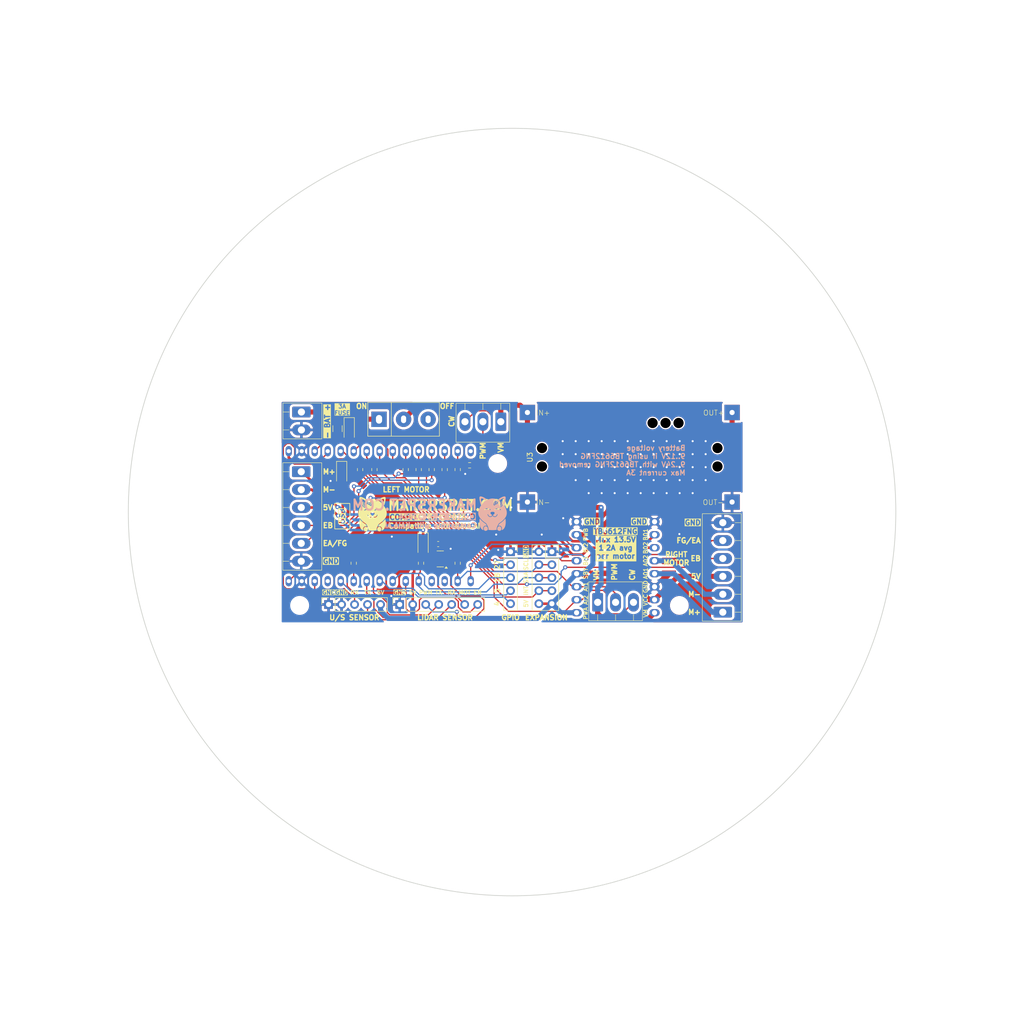
<source format=kicad_pcb>
(kicad_pcb (version 20240108) (generator "pcbnew") (generator_version "8.0")
  (title_block (title "MakersCombo") (date "2024-04-26") (rev "v1.0.0") (company "makerspet.com"))
  (layers (0 "F.Cu" signal) (31 "B.Cu" signal) (34 "B.Paste" user) (35 "F.Paste" user) (36 "B.SilkS" user "B.Silkscreen") (37 "F.SilkS" user "F.Silkscreen") (38 "B.Mask" user) (39 "F.Mask" user) (44 "Edge.Cuts" user))
  (net 0 "")
  (net 1 "+5V")
  (net 2 "GND")
  (net 3 "Net-(D1-K)")
  (net 4 "Net-(D2-K)")
  (net 5 "Net-(D2-A)")
  (net 6 "/MOT")
  (net 7 "Vdrive")
  (net 8 "/M+LEFT")
  (net 9 "/M-LEFT")
  (net 10 "/EB_LEFT")
  (net 11 "/EA_LEFT_FG")
  (net 12 "/M+RIGHT")
  (net 13 "/M-RIGHT")
  (net 14 "/EB_RIGHT")
  (net 15 "/EA_RIGHT_FG")
  (net 16 "/PWM_LEFT")
  (net 17 "/CW_LEFT")
  (net 18 "/PWM_RIGHT")
  (net 19 "/CW_RIGHT")
  (net 20 "/LDS_PWM")
  (net 21 "/LDS_RX")
  (net 22 "/LDS_EN")
  (net 23 "/GPIO12_OUT_STRAP")
  (net 24 "/I2C_SCL")
  (net 25 "/I2C_SDA")
  (net 26 "/I2C_INT")
  (net 27 "/GPIO27")
  (net 28 "/GPIO18")
  (net 29 "/GPIO5_BOOT_STRAP")
  (net 30 "/GPIO4")
  (net 31 "+3V3")
  (net 32 "/ENC_B_LEFT")
  (net 33 "/ENC_A_LEFT_FG")
  (net 34 "/GPIO39_IN")
  (net 35 "/ENC_B_RIGHT")
  (net 36 "/ENC_A_RIGHT_FG")
  (net 37 "/BAT_ADC")
  (net 38 "/LDS_TX")
  (net 40 "Net-(J1-Pin_1)")
  (net 41 "Net-(J6-Pin_3)")
  (net 42 "Net-(J9-Pin_4)")
  (footprint "Resistor_SMD:R_0603_1608Metric" (layer "F.Cu") (at 55.3 43.2 90)
    (property "Reference" "R10" (hide yes))
    (property "Value" "10k")
  )
  (footprint "Resistor_SMD:R_0603_1608Metric" (layer "F.Cu") (at 67.2084 61.5 -90)
    (property "Reference" "R9" (hide yes))
    (property "Value" "10k")
  )
  (footprint "Resistor_SMD:R_0603_1608Metric" (layer "F.Cu") (at 69.2912 43.2 -90)
    (property "Reference" "R2" (hide yes))
    (property "Value" "10k")
  )
  (footprint "Makerspet:Terminal_Block_2p_3.5mm_SideEntry" (layer "F.Cu") (at 43.8306 31.9454 -90)
    (property "Reference" "J1" (hide yes))
    (property "Value" "TERM BLK 3.5MM 2P SIDE")
  )
  (footprint "Makerspet:SWITCH" (layer "F.Cu") (at 63.8 33.3756)
    (property "Reference" "SW1" (hide yes))
    (property "Value" "SS12D10")
  )
  (footprint "Makerspet:Terminal_Block_6p_3.5mm_SideEntry" (layer "F.Cu") (at 43.8 43.6135 -90)
    (property "Reference" "J2" (hide yes))
    (property "Value" "TERM BLK 3.5MM 6P SIDE")
  )
  (footprint "Diode_SMD:D_SOD-123F" (layer "F.Cu") (at 67.6148 57.7596 -90)
    (property "Reference" "D3" (hide yes))
    (property "Value" "FS26")
  )
  (footprint "Diode_SMD:D_SOD-123F" (layer "F.Cu") (at 51.7 43.8 -90)
    (property "Reference" "D1" (hide yes))
    (property "Value" "FS26")
  )
  (footprint "Fuse:Fuse_1206_3216Metric" (layer "F.Cu") (at 50.8906 35.2044 -90)
    (property "Reference" "F1" (hide yes))
    (property "Value" "0685T3000-01")
  )
  (footprint "Resistor_SMD:R_0603_1608Metric" (layer "F.Cu") (at 76.708 42.3672)
    (property "Reference" "R5" (hide yes))
    (property "Value" "200k 1%")
  )
  (footprint "Resistor_SMD:R_0603_1608Metric" (layer "F.Cu") (at 64.2112 43.2 -90)
    (property "Reference" "R1" (hide yes))
    (property "Value" "10k")
  )
  (footprint "MountingHole:MountingHole_3.2mm_M3" (layer "F.Cu") (at 117.7 69.7484 90)
    (property "Reference" "H2" (hide yes))
    (property "Value" "MountingHole")
  )
  (footprint "Resistor_SMD:R_0603_1608Metric" (layer "F.Cu") (at 71.8312 43.2 -90)
    (property "Reference" "R7" (hide yes))
    (property "Value" "10k")
  )
  (footprint "Makerspet:TB6612FNG Module" (layer "F.Cu") (at 105.2308 62.2808 90)
    (property "Reference" "U1" (hide yes))
    (property "Value" "TB6612FNG Module")
  )
  (footprint "Connector_PinSocket_2.54mm:PinSocket_1x05_P2.54mm_Vertical" (layer "F.Cu") (at 84.7 59.25)
    (property "Reference" "J7" (hide yes))
    (property "Value" "HDR SKT 5PIN VERT 2.54MM")
  )
  (footprint "Makerspet:Maker's Pet Logo 7mm" (layer "F.Cu") (at 57.725 51.9)
    (property "Reference" "G***" (hide yes))
    (property "Value" "LOGO" (hide yes))
  )
  (footprint "Makerspet:Terminal_Block_6p_3.5mm_SideEntry" (layer "F.Cu") (at 126.1872 71.0692 90)
    (property "Reference" "J3" (hide yes))
    (property "Value" "TERM BLK 3.5MM 6P SIDE")
  )
  (footprint "MountingHole:MountingHole_3.2mm_M3" (layer "F.Cu") (at 82.2 42)
    (property "Reference" "H3" (hide yes))
    (property "Value" "MountingHole")
  )
  (footprint "Makerspet:Terminal_Block_3p_3.5mm_SideEntry" (layer "F.Cu") (at 82.8 33.8412 180)
    (property "Reference" "J4" (hide yes))
    (property "Value" "TERM BLK 3.5MM 3P SIDE")
  )
  (footprint "Resistor_SMD:R_0603_1608Metric" (layer "F.Cu") (at 66.7512 43.2 -90)
    (property "Reference" "R4" (hide yes))
    (property "Value" "10k")
  )
  (footprint "Resistor_SMD:R_0603_1608Metric" (layer "F.Cu") (at 58.1 43.2 -90)
    (property "Reference" "R3" (hide yes))
    (property "Value" "10k")
  )
  (footprint "Diode_SMD:D_SOD-123F" (layer "F.Cu") (at 53.1766 35.2552 -90)
    (property "Reference" "D2" (hide yes))
    (property "Value" "FS36")
  )
  (footprint "Package_TO_SOT_SMD:SOT-23" (layer "F.Cu") (at 70.9676 60.6552 180)
    (property "Reference" "Q1" (hide yes))
    (property "Value" "AS2302")
  )
  (footprint "Makerspet:Terminal_Block_3p_3.5mm_SideEntry" (layer "F.Cu") (at 101.731 69.1436)
    (property "Reference" "J5" (hide yes))
    (property "Value" "TERM BLK 3.5MM 3P SIDE")
  )
  (footprint "Resistor_SMD:R_0603_1608Metric" (layer "F.Cu") (at 74.3712 43.2 90)
    (property "Reference" "R6" (hide yes))
    (property "Value" "20k 1%")
  )
  (footprint "Connector_PinSocket_2.54mm:PinSocket_1x07_P2.54mm_Vertical" (layer "F.Cu") (at 63.0428 69.5646 90)
    (property "Reference" "J9" (hide yes))
    (property "Value" "HDR SKT 7PIN VERT 2.54MM")
  )
  (footprint "Resistor_SMD:R_0603_1608Metric" (layer "F.Cu") (at 54.0512 61.5 90)
    (property "Reference" "R11" (hide yes))
    (property "Value" "10k")
  )
  (footprint "Resistor_SMD:R_0603_1608Metric" (layer "F.Cu") (at 74.3712 61.5 -90)
    (property "Reference" "R8" (hide yes))
    (property "Value" "10k")
  )
  (footprint "Capacitor_SMD:C_0603_1608Metric" (layer "F.Cu") (at 70.5612 57.7596)
    (property "Reference" "C1" (hide yes))
    (property "Value" "22uF 6.3V")
  )
  (footprint "Connector_PinSocket_2.54mm:PinSocket_2x05_P2.54mm_Vertical" (layer "F.Cu") (at 92.7848 59.25)
    (property "Reference" "J8" (hide yes))
    (property "Value" "SKT 2x5PIN VERT 2.54MM")
  )
  (footprint "Makerspet:ESP-32" (layer "F.Cu") (at 59.1312 52.3)
    (property "Reference" "U2" (hide yes))
    (property "Value" "ESP32 DEV KIT Module 30-pin")
  )
  (footprint "MountingHole:MountingHole_3.2mm_M3" (layer "F.Cu") (at 43.4848 69.7484)
    (property "Reference" "H1" (hide yes))
    (property "Value" "MountingHole")
  )
  (footprint "Connector_PinSocket_2.54mm:PinSocket_1x05_P2.54mm_Vertical" (layer "F.Cu") (at 49.1386 69.5646 90)
    (property "Reference" "J6" (hide yes))
    (property "Value" "HDR SKT 5PIN VERT 2.54MM")
  )
  (footprint "Makerspet:LM2596 Module SMD" (layer "F.Cu") (at 108.0008 40.7924)
    (property "Reference" "U3")
    (property "Value" "LM2596 Module")
  )
  (footprint "Makerspet:Maker's Pet Logo 7mm" (layer "B.Cu") (at 81.188602 51.8 180)
    (property "Reference" "G***" (hide yes))
    (property "Value" "LOGO" (hide yes))
  )
  (gr_rect (start 50.3428 49.8108) (end 53.2892 54.7892) (stroke (width 0.15)) (fill none) (layer "F.SilkS"))
  (gr_circle (center 85 51.5) (end 160 51.5) (stroke (width 0.15)) (fill none) (layer "Edge.Cuts"))
  (gr_text "MAKERSPET.COM" (at 78.394602 51.2984 -0) (layer "B.SilkS") (effects (font (size 2 2) (thickness 0.4) (bold yes)) (justify left bottom mirror)))
  (gr_text "Compatible with KAIA.AI" (at 78.213602 54.7 -0) (layer "B.SilkS") (effects (font (size 1 1) (thickness 0.25) (bold yes)) (justify left bottom mirror)))
  (gr_text "COMBO v1.0" (at 78.013602 53 -0) (layer "B.SilkS" knockout) (effects (font (size 1 1) (thickness 0.25) (bold yes)) (justify left bottom mirror)))
  (gr_text "Battery voltage\n9..12V if using TB6612FNG\n9..24V with TB6612FNG removed\nMax current 3A" (at 119 44.4 0) (layer "B.SilkS") (effects (font (size 1 1) (thickness 0.2) (bold yes)) (justify left bottom mirror)))
  (gr_text "©2024" (at 68.513602 53 -0) (layer "B.SilkS") (effects (font (size 1 1) (thickness 0.25) (bold yes)) (justify left bottom mirror)))
  (gr_text "5V" (at 47.9 50.6135 0) (layer "F.SilkS") (effects (font (size 1 1) (thickness 0.25) (bold yes)) (justify left)))
  (gr_text "U/S SENSOR" (at 54.1858 72.7 0) (layer "F.SilkS") (effects (font (size 1 1) (thickness 0.25) (bold yes)) (justify bottom)))
  (gr_text "BI1" (at 99.4 61 90) (layer "F.SilkS") (effects (font (size 0.8 0.8) (thickness 0.16) (bold yes))))
  (gr_text "RX" (at 54.2186 67.7 0) (layer "F.SilkS") (effects (font (size 0.8 0.8) (thickness 0.16) (bold yes)) (justify bottom)))
  (gr_text "27" (at 82.7 61.79 90) (layer "F.SilkS") (effects (font (size 1 1) (thickness 0.2) (bold yes)) (justify bottom)))
  (gr_text "GND" (at 63.0428 67.7 0) (layer "F.SilkS" knockout) (effects (font (size 0.8 0.8) (thickness 0.16) (bold yes)) (justify bottom)))
  (gr_text "CW" (at 73.2 35 90) (layer "F.SilkS") (effects (font (size 1 1) (thickness 0.25) (bold yes)) (justify left)))
  (gr_text "EA/FG" (at 47.9 57.6135 0) (layer "F.SilkS") (effects (font (size 1 1) (thickness 0.25) (bold yes)) (justify left)))
  (gr_text "LEFT MOTOR" (at 64.3 47.1 0) (layer "F.SilkS") (effects (font (size 1 1) (thickness 0.25) (bold yes))))
  (gr_text "GPIO" (at 84.7 72.1 0) (layer "F.SilkS") (effects (font (size 1 1) (thickness 0.25) (bold yes))))
  (gr_text "VM" (at 82.8 40.0412 90) (layer "F.SilkS") (effects (font (size 1 1) (thickness 0.25) (bold yes)) (justify left)))
  (gr_text "M+" (at 47.9 43.6135 0) (layer "F.SilkS") (effects (font (size 1 1) (thickness 0.25) (bold yes)) (justify left)))
  (gr_text "M+" (at 122 71.0692 0) (layer "F.SilkS") (effects (font (size 1 1) (thickness 0.25) (bold yes)) (justify right)))
  (gr_text "VM" (at 101.5018 65 90) (layer "F.SilkS") (effects (font (size 1 1) (thickness 0.25) (bold yes)) (justify left)))
  (gr_text "RX" (at 73.2028 67.7 0) (layer "F.SilkS") (effects (font (size 0.8 0.8) (thickness 0.16) (bold yes)) (justify bottom)))
  (gr_text "3A\nFUSE" (at 51.8 32.6 0) (layer "F.SilkS" knockout) (effects (font (size 0.8 0.8) (thickness 0.16) (bold yes)) (justify bottom)))
  (gr_text "SCL" (at 88.2 61.79 90) (layer "F.SilkS") (effects (font (size 0.8 0.8) (thickness 0.16) (bold yes)) (justify bottom)))
  (gr_text "Max 13.5V\n1.2A avg\nper motor" (at 105.2308 58.5 0) (layer "F.SilkS" knockout) (effects (font (size 1 1) (thickness 0.25) (bold yes))))
  (gr_text "INT" (at 88.2 66.87 90) (layer "F.SilkS") (effects (font (size 0.8 0.8) (thickness 0.16) (bold yes)) (justify bottom)))
  (gr_text "FG/EA" (at 122 57.0692 0) (layer "F.SilkS") (effects (font (size 1 1) (thickness 0.25) (bold yes)) (justify right)))
  (gr_text "PWB" (at 99.4 55.9 90) (layer "F.SilkS") (effects (font (size 0.8 0.8) (thickness 0.16) (bold yes))))
  (gr_text "OFF" (at 72.3 31.4 0) (layer "F.SilkS") (effects (font (size 1 1) (thickness 0.25) (bold yes)) (justify bottom)))
  (gr_text "©2024" (at 70.4 53.1 0) (layer "F.SilkS") (effects (font (size 1 1) (thickness 0.25) (bold yes)) (justify left bottom)))
  (gr_text "BI2" (at 99.4 58.5 90) (layer "F.SilkS") (effects (font (size 0.8 0.8) (thickness 0.16) (bold yes))))
  (gr_text "B01" (at 111.1 55.9 90) (layer "F.SilkS") (effects (font (size 0.8 0.8) (thickness 0.16) (bold yes))))
  (gr_text "5V" (at 122 64.0692 0) (layer "F.SilkS") (effects (font (size 1 1) (thickness 0.25) (bold yes)) (justify right)))
  (gr_text "AI2" (at 99.4 68.7 90) (layer "F.SilkS") (effects (font (size 0.8 0.8) (thickness 0.16) (bold yes))))
  (gr_text "- BAT +" (at 49.4792 37.2364 90) (layer "F.SilkS" knockout) (effects (font (size 1 1) (thickness 0.25) (bold yes)) (justify left bottom)))
  (gr_text "TX" (at 56.7586 67.7 0) (layer "F.SilkS") (effects (font (size 0.8 0.8) (thickness 0.16) (bold yes)) (justify bottom)))
  (gr_text "MOT" (at 75.7428 67.7 0) (layer "F.SilkS") (effects (font (size 0.8 0.8) (thickness 0.16) (bold yes)) (justify bottom)))
  (gr_text "EN" (at 78.2828 67.7 0) (layer "F.SilkS") (effects (font (size 0.8 0.8) (thickness 0.16) (bold yes)) (justify bottom)))
  (gr_text "A02" (at 111.1 61 90) (layer "F.SilkS") (effects (font (size 0.8 0.8) (thickness 0.16) (bold yes))))
  (gr_text "PWM" (at 79.3 41.3412 90) (layer "F.SilkS") (effects (font (size 1 1) (thickness 0.25) (bold yes)) (justify left)))
  (gr_text "PWM" (at 68.1228 67.7 0) (layer "F.SilkS") (effects (font (size 0.8 0.8) (thickness 0.16) (bold yes)) (justify bottom)))
  (gr_text "SDA" (at 88.2 64.33 90) (layer "F.SilkS") (effects (font (size 0.8 0.8) (thickness 0.16) (bold yes)) (justify bottom)))
  (gr_text "COMBO v1.0" (at 60.9 53.1 0) (layer "F.SilkS" knockout) (effects (font (size 1 1) (thickness 0.25) (bold yes)) (justify left bottom)))
  (gr_text "5V" (at 88.2 69.4 90) (layer "F.SilkS") (effects (font (size 0.8 0.8) (thickness 0.16) (bold yes)) (justify bottom)))
  (gr_text "M-" (at 122 67.5692 0) (layer "F.SilkS") (effects (font (size 1 1) (thickness 0.25) (bold yes)) (justify right)))
  (gr_text "SBY" (at 99.4 63.5 90) (layer "F.SilkS") (effects (font (size 0.8 0.8) (thickness 0.16) (bold yes))))
  (gr_text "AI1" (at 99.4 66.1 90) (layer "F.SilkS") (effects (font (size 0.8 0.8) (thickness 0.16) (bold yes))))
  (gr_text "GND" (at 88.2 59.25 90) (layer "F.SilkS" knockout) (effects (font (size 0.8 0.8) (thickness 0.16) (bold yes)) (justify bottom)))
  (gr_text "LiDAR SENSOR" (at 71.9 72.7 0) (layer "F.SilkS") (effects (font (size 1 1) (thickness 0.25) (bold yes)) (justify bottom)))
  (gr_text "A01" (at 111.1 63.5 90) (layer "F.SilkS") (effects (font (size 0.8 0.8) (thickness 0.16) (bold yes))))
  (gr_text "PWA" (at 99.4 71.3 90) (layer "F.SilkS") (effects (font (size 0.8 0.8) (thickness 0.16) (bold yes))))
  (gr_text "5V" (at 65.5828 67.7 0) (layer "F.SilkS") (effects (font (size 0.8 0.8) (thickness 0.16) (bold yes)) (justify bottom)))
  (gr_text "EXPANSION" (at 87.4 72.7 0) (layer "F.SilkS") (effects (font (size 1 1) (thickness 0.25) (bold yes)) (justify left bottom)))
  (gr_text "GND" (at 111.1 66.1 90) (layer "F.SilkS") (effects (font (size 0.8 0.8) (thickness 0.16) (bold yes))))
  (gr_text "GND" (at 51.6786 67.7 0) (layer "F.SilkS" knockout) (effects (font (size 0.8 0.8) (thickness 0.16) (bold yes)) (justify bottom)))
  (gr_text "GND" (at 122 53.5692 0) (layer "F.SilkS" knockout) (effects (font (size 1 1) (thickness 0.25) (bold yes)) (justify right)))
  (gr_text "USB" (at 51.816 52.3 90) (layer "F.SilkS" knockout) (effects (font (size 1 1) (thickness 0.25) (bold yes))))
  (gr_text "M-" (at 47.9 47.1135 0) (layer "F.SilkS") (effects (font (size 1 1) (thickness 0.25) (bold yes)) (justify left)))
  (gr_text "18" (at 82.7 64.33 90) (layer "F.SilkS") (effects (font (size 1 1) (thickness 0.2) (bold yes)) (justify bottom)))
  (gr_text "PWM" (at 105.0018 65 90) (layer "F.SilkS") (effects (font (size 1 1) (thickness 0.25) (bold yes)) (justify left)))
  (gr_text "4" (at 82.7 69.4 90) (layer "F.SilkS") (effects (font (size 1 1) (thickness 0.2) (bold yes)) (justify bottom)))
  (gr_text "CW" (at 108.5018 65 90) (layer "F.SilkS") (effects (font (size 1 1) (thickness 0.25) (bold yes)) (justify left)))
  (gr_text "EB" (at 122 60.5692 0) (layer "F.SilkS") (effects (font (size 1 1) (thickness 0.25) (bold yes)) (justify right)))
  (gr_text "5" (at 82.7 66.87 90) (layer "F.SilkS") (effects (font (size 1 1) (thickness 0.2) (bold yes)) (justify bottom)))
  (gr_text "VCC" (at 111.1 68.7 90) (layer "F.SilkS") (effects (font (size 0.8 0.8) (thickness 0.16) (bold yes))))
  (gr_text "TX" (at 70.6628 67.7 0) (layer "F.SilkS") (effects (font (size 0.8 0.8) (thickness 0.16) (bold yes)) (justify bottom)))
  (gr_text "VM" (at 111.1 71.3 90) (layer "F.SilkS") (effects (font (size 0.8 0.8) (thickness 0.16) (bold yes))))
  (gr_text "5V" (at 59.2986 67.7 0) (layer "F.SilkS") (effects (font (size 0.8 0.8) (thickness 0.16) (bold yes)) (justify bottom)))
  (gr_text "B02" (at 111.1 58.5 90) (layer "F.SilkS") (effects (font (size 0.8 0.8) (thickness 0.16) (bold yes))))
  (gr_text "GND" (at 49.1386 67.7 0) (layer "F.SilkS" knockout) (effects (font (size 0.8 0.8) (thickness 0.16) (bold yes)) (justify bottom)))
  (gr_text "ON" (at 55.6 31.4 0) (layer "F.SilkS") (effects (font (size 1 1) (thickness 0.25) (bold yes)) (justify bottom)))
  (gr_text "EB" (at 47.9 54.1135 0) (layer "F.SilkS") (effects (font (size 1 1) (thickness 0.25) (bold yes)) (justify left)))
  (gr_text "MAKERSPET.COM" (at 60.519 51.3984 0) (layer "F.SilkS") (effects (font (size 2 2) (thickness 0.4) (bold yes)) (justify left bottom)))
  (gr_text "Compatible with KAIA.AI" (at 60.7 54.8 0) (layer "F.SilkS") (effects (font (size 1 1) (thickness 0.25) (bold yes)) (justify left bottom)))
  (gr_text "RIGHT\nMOTOR" (at 117.1 60.6 0) (layer "F.SilkS") (effects (font (size 1 1) (thickness 0.25) (bold yes))))
  (gr_text "GND" (at 47.9 61.1135 0) (layer "F.SilkS" knockout) (effects (font (size 1 1) (thickness 0.25) (bold yes)) (justify left)))
  (segment (start 121.4628 50.3936) (end 128.0008 43.8556) (width 1) (layer "F.Cu") (net 1))
  (segment (start 51.9176 49.5176) (end 51.9176 53.389) (width 0.5) (layer "F.Cu") (net 1))
  (segment (start 67.6148 56.3596) (end 67.6148 55.0164) (width 0.5) (layer "F.Cu") (net 1))
  (segment (start 97.6108 55.9308) (end 101.0692 55.9308) (width 1) (layer "F.Cu") (net 1))
  (segment (start 117.4124 64.0692) (end 126.1872 64.0692) (width 1) (layer "F.Cu") (net 1))
  (segment (start 112.8508 68.6308) (end 111.8308 68.6308) (width 1) (layer "F.Cu") (net 1))
  (segment (start 65.8714 63.2298) (end 65.8714 58.103) (width 0.5) (layer "F.Cu") (net 1))
  (segment (start 65.8714 58.103) (end 67.6148 56.3596) (width 0.5) (layer "F.Cu") (net 1))
  (segment (start 50.589 53.389) (end 47.8135 50.6135) (width 0.5) (layer "F.Cu") (net 1))
  (segment (start 128.0008 43.8556) (end 128.0008 32.0424) (width 1) (layer "F.Cu") (net 1))
  (segment (start 111.8308 68.6308) (end 108.2 65) (width 1) (layer "F.Cu") (net 1))
  (segment (start 69.7862 57.7596) (end 69.0148 57.7596) (width 0.5) (layer "F.Cu") (net 1))
  (segment (start 108.2 65) (end 100.3 65) (width 1) (layer "F.Cu") (net 1))
  (segment (start 112.8508 68.6308) (end 117.4124 64.0692) (width 1) (layer "F.Cu") (net 1))
  (segment (start 65.5828 69.5646) (end 65.5828 63.5184) (width 0.5) (layer "F.Cu") (net 1))
  (segment (start 65.5828 63.5184) (end 65.8714 63.2298) (width 0.5) (layer "F.Cu") (net 1))
  (segment (start 106.6064 50.3936) (end 121.4628 50.3936) (width 1) (layer "F.Cu") (net 1))
  (segment (start 100.3 65) (end 98.8508 63.5508) (width 1) (layer "F.Cu") (net 1))
  (segment (start 51.7 45.2) (end 51.7 49.3) (width 0.5) (layer "F.Cu") (net 1))
  (segment (start 101.0692 55.9308) (end 106.6064 50.3936) (width 1) (layer "F.Cu") (net 1))
  (segment (start 47.8135 50.6135) (end 43.8 50.6135) (width 0.5) (layer "F.Cu") (net 1))
  (segment (start 51.7 49.3) (end 51.9176 49.5176) (width 0.5) (layer "F.Cu") (net 1))
  (segment (start 92.7848 69.41) (end 90.2448 69.41) (width 0.5) (layer "F.Cu") (net 1))
  (segment (start 98.8508 63.5508) (end 97.6108 63.5508) (width 1) (layer "F.Cu") (net 1))
  (segment (start 51.9176 53.389) (end 50.589 53.389) (width 0.5) (layer "F.Cu") (net 1))
  (segment (start 69.0148 57.7596) (end 67.6148 56.3596) (width 0.5) (layer "F.Cu") (net 1))
  (via (at 67.6148 55.0164) (size 0.8) (drill 0.4) (layers "F.Cu" "B.Cu") (net 1))
  (via (at 51.9176 53.389) (size 0.8) (drill 0.4) (layers "F.Cu" "B.Cu") (net 1))
  (segment (start 60.7884 72.2884) (end 89.9064 72.2884) (width 1) (layer "B.Cu") (net 1))
  (segment (start 97.6108 63.5508) (end 98.9492 63.5508) (width 1) (layer "B.Cu") (net 1))
  (segment (start 95.5 66.6948) (end 92.7848 69.41) (width 1) (layer "B.Cu") (net 1))
  (segment (start 89.9064 72.2884) (end 92.7848 69.41) (width 1) (layer "B.Cu") (net 1))
  (segment (start 53.5432 55.0164) (end 67.6148 55.0164) (width 0.5) (layer "B.Cu") (net 1))
  (segment (start 94.5456 71.1708) (end 97.6108 71.1708) (width 1) (layer "B.Cu") (net 1))
  (segment (start 51.9176 53.3908) (end 53.5432 55.0164) (width 0.5) (layer "B.Cu") (net 1))
  (segment (start 98.9492 63.5508) (end 100.8 61.7) (width 1) (layer "B.Cu") (net 1))
  (segment (start 100.8 59.12) (end 97.6108 55.9308) (width 1) (layer "B.Cu") (net 1))
  (segment (start 100.8 61.7) (end 100.8 59.12) (width 1) (layer "B.Cu") (net 1))
  (segment (start 51.9176 53.389) (end 51.9176 53.3908) (width 0.25) (layer "B.Cu") (net 1))
  (segment (start 65.5828 69.5646) (end 65.5828 72.2056) (width 1) (layer "B.Cu") (net 1))
  (segment (start 97.6108 63.5508) (end 95.5 65.6616) (width 1) (layer "B.Cu") (net 1))
  (segment (start 59.2986 69.5646) (end 59.2986 70.7986) (width 1) (layer "B.Cu") (net 1))
  (segment (start 95.5 65.6616) (end 95.5 66.6948) (width 1) (layer "B.Cu") (net 1))
  (segment (start 92.7848 69.41) (end 94.5456 71.1708) (width 1) (layer "B.Cu") (net 1))
  (segment (start 59.2986 70.7986) (end 60.7884 72.2884) (width 1) (layer "B.Cu") (net 1))
  (segment (start 71.9051 59.7052) (end 71.9051 58.6232) (width 0.25) (layer "F.Cu") (net 2))
  (segment (start 75.8444 44.0436) (end 75.8258 44.025) (width 0.25) (layer "F.Cu") (net 2))
  (segment (start 74.3712 44.025) (end 75.8444 44.0436) (width 0.25) (layer "F.Cu") (net 2))
  (segment (start 71.9051 58.6232) (end 71.9051 58.3285) (width 0.25) (layer "F.Cu") (net 2))
  (segment (start 72.9996 58.674) (end 71.9559 58.674) (width 0.25) (layer "F.Cu") (net 2))
  (segment (start 71.9051 58.3285) (end 71.3362 57.7596) (width 0.25) (layer "F.Cu") (net 2))
  (segment (start 63.0428 69.216396) (end 63.0428 69.1646) (width 0.25) (layer "F.Cu") (net 2))
  (via (at 117.7544 47.8028) (size 0.8) (drill 0.4) (layers "F.Cu" "B.Cu") (net 2))
  (via (at 90.8 55.9) (size 0.8) (drill 0.4) (layers "F.Cu" "B.Cu") (net 2))
  (via (at 99.9744 45.2628) (size 0.8) (drill 0.4) (layers "F.Cu" "B.Cu") (net 2))
  (via (at 115.2144 40.1828) (size 0.8) (drill 0.4) (layers "F.Cu" "B.Cu") (net 2))
  (via (at 102.5144 40.1828) (size 0.8) (drill 0.4) (layers "F.Cu" "B.Cu") (net 2))
  (via (at 99.9744 37.6428) (size 0.8) (drill 0.4) (layers "F.Cu" "B.Cu") (net 2))
  (via (at 107.5944 42.7228) (size 0.8) (drill 0.4) (layers "F.Cu" "B.Cu") (net 2))
  (via (at 112.6744 47.8028) (size 0.8) (drill 0.4) (layers "F.Cu" "B.Cu") (net 2))
  (via (at 99.9744 42.7228) (size 0.8) (drill 0.4) (layers "F.Cu" "B.Cu") (net 2))
  (via (at 84.836 50.5968) (size 0.8) (drill 0.4) (layers "F.Cu" "B.Cu") (net 2))
  (via (at 120.2944 40.1828) (size 0.8) (drill 0.4) (layers "F.Cu" "B.Cu") (net 2))
  (via (at 112.6744 37.6428) (size 0.8) (drill 0.4) (layers "F.Cu" "B.Cu") (net 2))
  (via (at 99.9744 40.1828) (size 0.8) (drill 0.4) (layers "F.Cu" "B.Cu") (net 2))
  (via (at 110.1344 42.7228) (size 0.8) (drill 0.4) (layers "F.Cu" "B.Cu") (net 2))
  (via (at 107.5944 40.1828) (size 0.8) (drill 0.4) (layers "F.Cu" "B.Cu") (net 2))
  (via (at 94.8944 40.1828) (size 0.8) (drill 0.4) (layers "F.Cu" "B.Cu") (net 2))
  (via (at 81.9 55.9) (size 0.8) (drill 0.4) (layers "F.Cu" "B.Cu") (net 2))
  (via (at 102.5144 47.8028) (size 0.8) (drill 0.4) (layers "F.Cu" "B.Cu") (net 2))
  (via (at 102.5144 42.7228) (size 0.8) (drill 0.4) (layers "F.Cu" "B.Cu") (net 2))
  (via (at 107.5944 37.6428) (size 0.8) (drill 0.4) (layers "F.Cu" "B.Cu") (net 2))
  (via (at 99.9744 47.8028) (size 0.8) (drill 0.4) (layers "F.Cu" "B.Cu") (net 2))
  (via (at 49.53 45.4152) (size 0.8) (drill 0.4) (layers "F.Cu" "B.Cu") (net 2))
  (via (at 115.2144 45.2628) (size 0.8) (drill 0.4) (layers "F.Cu" "B.Cu") (net 2))
  (via (at 97.4344 40.1828) (size 0.8) (drill 0.4) (layers "F.Cu" "B.Cu") (net 2))
  (via (at 105.0544 40.1828) (size 0.8) (drill 0.4) (layers "F.Cu" "B.Cu") (net 2))
  (via (at 112.6744 40.1828) (size 0.8) (drill 0.4) (layers "F.Cu" "B.Cu") (net 2))
  (via (at 105.0544 37.6428) (size 0.8) (drill 0.4) (layers "F.Cu" "B.Cu") (net 2))
  (via (at 75.8444 44.0436) (size 0.8) (drill 0.4) (layers "F.Cu" "B.Cu") (net 2))
  (via (at 112.6744 42.7228) (size 0.8) (drill 0.4) (layers "F.Cu" "B.Cu") (net 2))
  (via (at 97.4344 37.6428) (size 0.8) (drill 0.4) (layers "F.Cu" "B.Cu") (net 2))
  (via (at 110.1344 47.8028) (size 0.8) (drill 0.4) (layers "F.Cu" "B.Cu") (net 2))
  (via (at 94.6 59) (size 0.8) (drill 0.4) (layers "F.Cu" "B.Cu") (net 2))
  (via (at 115.2144 37.6428) (size 0.8) (drill 0.4) (layers "F.Cu" "B.Cu") (net 2))
  (via (at 117.7544 45.2628) (size 0.8) (drill 0.4) (layers "F.Cu" "B.Cu") (net 2))
  (via (at 97.4344 42.7228) (size 0.8) (drill 0.4) (layers "F.Cu" "B.Cu") (net 2))
  (via (at 72.9996 58.674) (size 0.8) (drill 0.4) (layers "F.Cu" "B.Cu") (net 2))
  (via (at 82.3 58.9) (size 0.8) (drill 0.4) (layers "F.Cu" "B.Cu") (net 2))
  (via (at 115.2144 42.7228) (size 0.8) (drill 0.4) (layers "F.Cu" "B.Cu") (net 2))
  (via (at 94.8944 42.7228) (size 0.8) (drill 0.4) (layers "F.Cu" "B.Cu") (net 2))
  (via (at 122.8344 42.7228) (size 0.8) (drill 0.4) (layers "F.Cu" "B.Cu") (net 2))
  (via (at 61.5 56.3) (size 0.8) (drill 0.4) (layers "F.Cu" "B.Cu") (net 2))
  (via (at 105.0544 42.7228) (size 0.8) (drill 0.4) (layers "F.Cu" "B.Cu") (net 2))
  (via (at 117.7544 37.6428) (size 0.8) (drill 0.4) (layers "F.Cu" "B.Cu") (net 2))
  (via (at 102.5144 45.2628) (size 0.8) (drill 0.4) (layers "F.Cu" "B.Cu") (net 2))
  (via (at 94.8944 37.6428) (size 0.8) (drill 0.4) (layers "F.Cu" "B.Cu") (net 2))
  (via (at 117.7544 40.1828) (size 0.8) (drill 0.4) (layers "F.Cu" "B.Cu") (net 2))
  (via (at 105.0544 45.2628) (size 0.8) (drill 0.4) (layers "F.Cu" "B.Cu") (net 2))
  (via (at 120.2944 47.8028) (size 0.8) (drill 0.4) (layers "F.Cu" "B.Cu") (net 2))
  (via (at 84.836 48.768) (size 0.8) (drill 0.4) (layers "F.Cu" "B.Cu") (net 2))
  (via (at 120.2944 45.2628) (size 0.8) (drill 0.4) (layers "F.Cu" "B.Cu") (net 2))
  (via (at 117.7544 42.7228) (size 0.8) (drill 0.4) (layers "F.Cu" "B.Cu") (net 2))
  (via (at 120.2944 37.6428) (size 0.8) (drill 0.4) (layers "F.Cu" "B.Cu") (net 2))
  (via (at 97.4344 45.2628) (size 0.8) (drill 0.4) (layers "F.Cu" "B.Cu") (net 2))
  (via (at 122.8344 40.1828) (size 0.8) (drill 0.4) (layers "F.Cu" "B.Cu") (net 2))
  (via (at 61.4 67.9) (size 0.8) (drill 0.4) (layers "F.Cu" "B.Cu") (net 2))
  (via (at 105.0544 47.8028) (size 0.8) (drill 0.4) (layers "F.Cu" "B.Cu") (net 2))
  (via (at 122.8344 45.2628) (size 0.8) (drill 0.4) (layers "F.Cu" "B.Cu") (net 2))
  (via (at 112.6744 45.2628) (size 0.8) (drill 0.4) (layers "F.Cu" "B.Cu") (net 2))
  (via (at 110.1344 45.2628) (size 0.8) (drill 0.4) (layers "F.Cu" "B.Cu") (net 2))
  (via (at 107.5944 45.2628) (size 0.8) (drill 0.4) (layers "F.Cu" "B.Cu") (net 2))
  (via (at 117.7 55.8) (size 0.8) (drill 0.4) (layers "F.Cu" "B.Cu") (net 2))
  (via (at 120.2944 42.7228) (size 0.8) (drill 0.4) (layers "F.Cu" "B.Cu") (net 2))
  (via (at 107.5944 47.8028) (size 0.8) (drill 0.4) (layers "F.Cu" "B.Cu") (net 2))
  (via (at 115.2144 47.8028) (size 0.8) (drill 0.4) (layers "F.Cu" "B.Cu") (net 2))
  (via (at 50.2 67.2) (size 0.8) (drill 0.4) (layers "F.Cu" "B.Cu") (net 2))
  (via (at 122.8344 37.6428) (size 0.8) (drill 0.4) (layers "F.Cu" "B.Cu") (net 2))
  (via (at 110.1344 40.1828) (size 0.8) (drill 0.4) (layers "F.Cu" "B.Cu") (net 2))
  (via (at 102.5144 37.6428) (size 0.8) (drill 0.4) (layers "F.Cu" "B.Cu") (net 2))
  (via (at 52.9 71) (size 0.8) (drill 0.4) (layers "F.Cu" "B.Cu") (net 2))
  (via (at 95 52.7) (size 0.8) (drill 0.4) (layers "F.Cu" "B.Cu") (net 2))
  (via (at 110.1344 37.6428) (size 0.8) (drill 0.4) (layers "F.Cu" "B.Cu") (net 2))
  (segment (start 42.5 42) (end 49.8 42) (width 0.5) (layer "F.Cu") (net 3))
  (segment (start 41.3512 40.8512) (end 42.5 42) (width 0.5) (layer "F.Cu") (net 3))
  (segment (start 41.3512 39.6) (end 41.3512 40.8512) (width 0.5) (layer "F.Cu") (net 3))
  (segment (start 50.2 42.4) (end 51.7 42.4) (width 0.5) (layer "F.Cu") (net 3))
  (segment (start 49.8 42) (end 50.2 42.4) (width 0.5) (layer "F.Cu") (net 3))
  (segment (start 53.1766 33.8552) (end 53.6818 33.35) (width 1) (layer "F.Cu") (net 4))
  (segment (start 53.6818 33.35) (end 58.9744 33.35) (width 1) (layer "F.Cu") (net 4))
  (segment (start 58.9744 33.35) (end 59 33.3756) (width 1) (layer "F.Cu") (net 4))
  (segment (start 53.1258 36.6044) (end 53.1766 36.6552) (width 1) (layer "F.Cu") (net 5))
  (segment (start 50.8906 36.6044) (end 53.1258 36.6044) (width 1) (layer "F.Cu") (net 5))
  (segment (start 73.7782 67.6) (end 72.1 67.6) (width 0.25) (layer "F.Cu") (net 6))
  (segment (start 75.7428 69.5646) (end 73.7782 67.6) (width 0.25) (layer "F.Cu") (net 6))
  (segment (start 72.1 67.6) (end 70.5104 66.0104) (width 0.25) (layer "F.Cu") (net 6))
  (segment (start 70.0301 61.4301) (end 70.0301 60.6552) (width 0.25) (layer "F.Cu") (net 6))
  (segment (start 70.5104 66.0104) (end 70.5104 61.9104) (width 0.25) (layer "F.Cu") (net 6))
  (segment (start 69.1104 60.6552) (end 67.6148 59.1596) (width 0.25) (layer "F.Cu") (net 6))
  (segment (start 70.5104 61.9104) (end 70.0301 61.4301) (width 0.25) (layer "F.Cu") (net 6))
  (segment (start 70.0301 60.6552) (end 69.1104 60.6552) (width 0.25) (layer "F.Cu") (net 6))
  (segment (start 75.2 36.5) (end 74 35.3) (width 0.25) (layer "F.Cu") (net 7))
  (segment (start 76.3 36.5) (end 75.2 36.5) (width 0.25) (layer "F.Cu") (net 7))
  (segment (start 94.3 50.6) (end 88.0008 44.3008) (width 1) (layer "F.Cu") (net 7))
  (segment (start 111.7216 72.3) (end 102.7 72.3) (width 1) (layer "F.Cu") (net 7))
  (segment (start 63.8 33.3756) (end 66.5432 30.6324) (width 1) (layer "F.Cu") (net 7))
  (segment (start 102.7 72.3) (end 101.731 71.331) (width 1) (layer "F.Cu") (net 7))
  (segment (start 74 30.6324) (end 82.8 30.6324) (width 1) (layer "F.Cu") (net 7))
  (segment (start 66.5432 30.6324) (end 74 30.6324) (width 1) (layer "F.Cu") (net 7))
  (segment (start 88.0008 44.3008) (end 88.0008 32.0424) (width 1) (layer "F.Cu") (net 7))
  (segment (start 78.3 38.5) (end 76.3 36.5) (width 0.25) (layer "F.Cu") (net 7))
  (segment (start 77.533 42.3672) (end 78.3 41.6002) (width 0.25) (layer "F.Cu") (net 7))
  (segment (start 112.8508 71.1708) (end 111.7216 72.3) (width 1) (layer "F.Cu") (net 7))
  (segment (start 101.731 71.331) (end 101.731 69.1436) (width 1) (layer "F.Cu") (net 7))
  (segment (start 82.8 30.6324) (end 86.5908 30.6324) (width 1) (layer "F.Cu") (net 7))
  (segment (start 102.4 50.6) (end 94.3 50.6) (width 1) (layer "F.Cu") (net 7))
  (segment (start 86.5908 30.6324) (end 88.0008 32.0424) (width 1) (layer "F.Cu") (net 7))
  (segment (start 82.8 33.8412) (end 82.8 30.6324) (width 1) (layer "F.Cu") (net 7))
  (segment (start 78.3 41.6002) (end 78.3 38.5) (width 0.25) (layer "F.Cu") (net 7))
  (segment (start 74 35.3) (end 74 30.6324) (width 0.25) (layer "F.Cu") (net 7))
  (via (at 102.4 50.6) (size 0.8) (drill 0.4) (layers "F.Cu" "B.Cu") (net 7))
  (segment (start 102.4 50.6) (end 102.4 65.6) (width 1) (layer "B.Cu") (net 7))
  (segment (start 102.4 65.6) (end 101.731 66.269) (width 1) (layer "B.Cu") (net 7))
  (segment (start 101.731 66.269) (end 101.731 69.1436) (width 1) (layer "B.Cu") (net 7))
  (segment (start 50.8778 50.5222) (end 43.9691 43.6135) (width 0.5) (layer "F.Cu") (net 8))
  (segment (start 43.9691 43.6135) (end 43.8 43.6135) (width 0.5) (layer "F.Cu") (net 8))
  (segment (start 111.5816 57.2) (end 96.8 57.2) (width 0.5) (layer "F.Cu") (net 8))
  (segment (start 96.8 57.2) (end 91.579599 51.979599) (width 0.5) (layer "F.Cu") (net 8))
  (segment (start 91.579599 51.979599) (end 76.4 51.979599) (width 0.5) (layer "F.Cu") (net 8))
  (segment (start 112.8508 55.9308) (end 111.5816 57.2) (width 0.5) (layer "F.Cu") (net 8))
  (via (at 76.4 51.979599) (size 0.8) (drill 0.4) (layers "F.Cu" "B.Cu") (net 8))
  (via (at 50.8778 50.5222) (size 0.8) (drill 0.4) (layers "F.Cu" "B.Cu") (net 8))
  (segment (start 76.4 51.979599) (end 52.700231 51.979599) (width 0.5) (layer "B.Cu") (net 8))
  (segment (start 52.700231 51.979599) (end 51.242832 50.5222) (width 0.5) (layer "B.Cu") (net 8))
  (segment (start 51.242832 50.5222) (end 50.8778 50.5222) (width 0.5) (layer "B.Cu") (net 8))
  (segment (start 95.9 58.9) (end 96.8 59.8) (width 0.5) (layer "F.Cu") (net 9))
  (segment (start 100.1292 58.4708) (end 112.8508 58.4708) (width 0.5) (layer "F.Cu") (net 9))
  (segment (start 96.8 59.8) (end 98.8 59.8) (width 0.5) (layer "F.Cu") (net 9))
  (segment (start 95.9 58.4) (end 95.9 58.9) (width 0.5) (layer "F.Cu") (net 9))
  (segment (start 91.602 54.102) (end 95.9 58.4) (width 0.5) (layer "F.Cu") (net 9))
  (segment (start 50.93 52.2) (end 45.8435 47.1135) (width 0.5) (layer "F.Cu") (net 9))
  (segment (start 45.8435 47.1135) (end 43.8 47.1135) (width 0.5) (layer "F.Cu") (net 9))
  (segment (start 77.3 54.102) (end 91.602 54.102) (width 0.5) (layer "F.Cu") (net 9))
  (segment (start 98.8 59.8) (end 100.1292 58.4708) (width 0.5) (layer "F.Cu") (net 9))
  (segment (start 51 52.2) (end 50.93 52.2) (width 0.5) (layer "F.Cu") (net 9))
  (via (at 51 52.2) (size 0.8) (drill 0.4) (layers "F.Cu" "B.Cu") (net 9))
  (via (at 77.3 54.102) (size 0.8) (drill 0.4) (layers "F.Cu" "B.Cu") (net 9))
  (segment (start 53.832682 54.102) (end 51.930682 52.2) (width 0.5) (layer "B.Cu") (net 9))
  (segment (start 51.930682 52.2) (end 51 52.2) (width 0.5) (layer "B.Cu") (net 9))
  (segment (start 77.3 54.102) (end 53.832682 54.102) (width 0.5) (layer "B.Cu") (net 9))
  (segment (start 43.8 54.1135) (end 52.2865 54.1135) (width 0.25) (layer "F.Cu") (net 10))
  (segment (start 54.102 52.298) (end 54.102 46.482) (width 0.25) (layer "F.Cu") (net 10))
  (segment (start 62.8718 44.025) (end 62.8396 43.9928) (width 0.25) (layer "F.Cu") (net 10))
  (segment (start 64.2112 44.025) (end 62.8718 44.025) (width 0.25) (layer "F.Cu") (net 10))
  (segment (start 52.2865 54.1135) (end 54.102 52.298) (width 0.25) (layer "F.Cu") (net 10))
  (via (at 54.102 46.482) (size 0.8) (drill 0.4) (layers "F.Cu" "B.Cu") (net 10))
  (via (at 62.8396 43.9928) (size 0.8) (drill 0.4) (layers "F.Cu" "B.Cu") (net 10))
  (segment (start 62.8396 43.9928) (end 62.0268 44.8056) (width 0.25) (layer "B.Cu") (net 10))
  (segment (start 55.2196 46.4312) (end 54.102 46.4312) (width 0.25) (layer "B.Cu") (net 10))
  (segment (start 54.102 46.4312) (end 54.102 46.482) (width 0.25) (layer "B.Cu") (net 10))
  (segment (start 62.0268 44.8056) (end 56.8452 44.8056) (width 0.25) (layer "B.Cu") (net 10))
  (segment (start 54.102 46.482) (end 54.0512 46.482) (width 0.25) (layer "B.Cu") (net 10))
  (segment (start 54.0512 46.482) (end 54.102 46.4312) (width 0.25) (layer "B.Cu") (net 10))
  (segment (start 56.8452 44.8056) (end 55.2196 46.4312) (width 0.25) (layer "B.Cu") (net 10))
  (segment (start 43.8 57.6135) (end 44.5961 57.6135) (width 0.25) (layer "F.Cu") (net 11))
  (segment (start 47.4472 54.7624) (end 52.4376 54.7624) (width 0.25) (layer "F.Cu") (net 11))
  (segment (start 69.2912 44.025) (end 69.2912 45.2628) (width 0.25) (layer "F.Cu") (net 11))
  (segment (start 55.0164 52.1836) (end 55.0164 47.3964) (width 0.25) (layer "F.Cu") (net 11))
  (segment (start 52.4376 54.7624) (end 55.0164 52.1836) (width 0.25) (layer "F.Cu") (net 11))
  (segment (start 44.5961 57.6135) (end 47.4472 54.7624) (width 0.25) (layer "F.Cu") (net 11))
  (via (at 69.2912 45.2628) (size 0.8) (drill 0.4) (layers "F.Cu" "B.Cu") (net 11))
  (via (at 55.0164 47.3964) (size 0.8) (drill 0.4) (layers "F.Cu" "B.Cu") (net 11))
  (segment (start 57.15 45.2628) (end 55.0164 47.3964) (width 0.25) (layer "B.Cu") (net 11))
  (segment (start 69.2912 45.2628) (end 57.15 45.2628) (width 0.25) (layer "B.Cu") (net 11))
  (segment (start 112.8508 63.5508) (end 116.6368 63.5508) (width 1) (layer "B.Cu") (net 12))
  (segment (start 116.6368 63.5508) (end 124.1552 71.0692) (width 1) (layer "B.Cu") (net 12))
  (segment (start 124.1552 71.0692) (end 126.1872 71.0692) (width 1) (layer "B.Cu") (net 12))
  (segment (start 122.6364 67.5692) (end 126.1872 67.5692) (width 1) (layer "B.Cu") (net 13))
  (segment (start 112.8508 61.0108) (end 116.078 61.0108) (width 1) (layer "B.Cu") (net 13))
  (segment (start 116.078 61.0108) (end 122.6364 67.5692) (width 1) (layer "B.Cu") (net 13))
  (segment (start 59.875 45.8) (end 63.4 45.8) (width 0.25) (layer "F.Cu") (net 14))
  (segment (start 58.1 44.025) (end 59.875 45.8) (width 0.25) (layer "F.Cu") (net 14))
  (segment (start 122.2 62.3) (end 123.9308 60.5692) (width 0.25) (layer "F.Cu") (net 14))
  (segment (start 123.9308 60.5692) (end 126.1872 60.5692) (width 0.25) (layer "F.Cu") (net 14))
  (segment (start 63.4 45.8) (end 83.2 65.6) (width 0.25) (layer "F.Cu") (net 14))
  (segment (start 95.4 62.3) (end 122.2 62.3) (width 0.25) (layer "F.Cu") (net 14))
  (segment (start 83.2 65.6) (end 87.9 65.6) (width 0.25) (layer "F.Cu") (net 14))
  (via (at 95.4 62.3) (size 0.8) (drill 0.4) (layers "F.Cu" "B.Cu") (net 14))
  (via (at 87.9 65.6) (size 0.8) (drill 0.4) (layers "F.Cu" "B.Cu") (net 14))
  (segment (start 93.3 65.6) (end 94.6 64.3) (width 0.25) (layer "B.Cu") (net 14))
  (segment (start 87.9 65.6) (end 93.3 65.6) (width 0.25) (layer "B.Cu") (net 14))
  (segment (start 94.6 63.1) (end 95.4 62.3) (width 0.25) (layer "B.Cu") (net 14))
  (segment (start 94.6 64.3) (end 94.6 63.1) (width 0.25) (layer "B.Cu") (net 14))
  (segment (start 100.4 59.8) (end 121.3 59.8) (width 0.25) (layer "F.Cu") (net 15))
  (segment (start 66.7512 46.6512) (end 66.7512 44.025) (width 0.25) (layer "F.Cu") (net 15))
  (segment (start 99.5 60.7) (end 100.4 59.8) (width 0.25) (layer "F.Cu") (net 15))
  (segment (start 81 60.9) (end 66.7512 46.6512) (width 0.25) (layer "F.Cu") (net 15))
  (segment (start 124.0308 57.0692) (end 126.1872 57.0692) (width 0.25) (layer "F.Cu") (net 15))
  (segment (start 121.3 59.8) (end 124.0308 57.0692) (width 0.25) (layer "F.Cu") (net 15))
  (segment (start 81.7 60.9) (end 81 60.9) (width 0.25) (layer "F.Cu") (net 15))
  (via (at 81.7 60.9) (size 0.8) (drill 0.4) (layers "F.Cu" "B.Cu") (net 15))
  (via (at 99.5 60.7) (size 0.8) (drill 0.4) (layers "F.Cu" "B.Cu") (net 15))
  (segment (start 83.6 60.5) (end 83.2 60.9) (width 0.25) (layer "B.Cu") (net 15))
  (segment (start 94.6 60.5) (end 83.6 60.5) (width 0.25) (layer "B.Cu") (net 15))
  (segment (start 83.2 60.9) (end 81.7 60.9) (width 0.25) (layer "B.Cu") (net 15))
  (segment (start 99.5 60.7) (end 98.6 59.8) (width 0.25) (layer "B.Cu") (net 15))
  (segment (start 95.3 59.8) (end 94.6 60.5) (width 0.25) (layer "B.Cu") (net 15))
  (segment (start 98.6 59.8) (end 95.3 59.8) (width 0.25) (layer "B.Cu") (net 15))
  (segment (start 94.2 60.5) (end 82.7 60.5) (width 0.25) (layer "F.Cu") (net 16))
  (segment (start 94.7108 61.0108) (end 94.2 60.5) (width 0.25) (layer "F.Cu") (net 16))
  (segment (start 80.6 59.7) (end 68.2752 47.3752) (width 0.25) (layer "F.Cu") (net 16))
  (segment (start 81.9 59.7) (end 80.6 59.7) (width 0.25) (layer "F.Cu") (net 16))
  (segment (start 61.6712 41.7576) (end 61.6712 39.6) (width 0.25) (layer "F.Cu") (net 16))
  (segment (start 67.3608 43.18) (end 63.0936 43.18) (width 0.25) (layer "F.Cu") (net 16))
  (segment (start 82.7 60.5) (end 81.9 59.7) (width 0.25) (layer "F.Cu") (net 16))
  (segment (start 68.2752 44.0944) (end 67.3608 43.18) (width 0.25) (layer "F.Cu") (net 16))
  (segment (start 63.0936 43.18) (end 61.6712 41.7576) (width 0.25) (layer "F.Cu") (net 16))
  (segment (start 79.3 33.8412) (end 79.3 42.4) (width 0.25) (layer "F.Cu") (net 16))
  (segment (start 68.2752 47.3752) (end 68.2752 44.0944) (width 0.25) (layer "F.Cu") (net 16))
  (segment (start 97.6108 61.0108) (end 94.7108 61.0108) (width 0.25) (layer "F.Cu") (net 16))
  (segment (start 79.3 42.4) (end 71.3 50.4) (width 0.25) (layer "F.Cu") (net 16))
  (segment (start 75.5 52.3) (end 76.2 53) (width 0.25) (layer "F.Cu") (net 17))
  (segment (start 80 42.9) (end 75.5 47.4) (width 0.25) (layer "F.Cu") (net 17))
  (segment (start 76.9104 61.9) (end 76.9112 61.9008) (width 0.25) (layer "F.Cu") (net 17))
  (segment (start 80.1162 31.7162) (end 81 32.6) (width 0.25) (layer "F.Cu") (net 17))
  (segment (start 76.9112 61.9008) (end 76.9112 65) (width 0.25) (layer "F.Cu") (net 17))
  (segment (start 75.8 33.8412) (end 77.925 31.7162) (width 0.25) (layer "F.Cu") (net 17))
  (segment (start 80 36.5) (end 80 42.9) (width 0.25) (layer "F.Cu") (net 17))
  (segment (start 91.5 53) (end 96.9708 58.4708) (width 0.25) (layer "F.Cu") (net 17))
  (segment (start 75.5 47.4) (end 75.5 52.3) (width 0.25) (layer "F.Cu") (net 17))
  (segment (start 77.925 31.7162) (end 80.1162 31.7162) (width 0.25) (layer "F.Cu") (net 17))
  (segment (start 81 35.5) (end 80 36.5) (width 0.25) (layer "F.Cu") (net 17))
  (segment (start 96.9708 58.4708) (end 97.6108 58.4708) (width 0.25) (layer "F.Cu") (net 17))
  (segment (start 76.2 53) (end 91.5 53) (width 0.25) (layer "F.Cu") (net 17))
  (segment (start 81 32.6) (end 81 35.5) (width 0.25) (layer "F.Cu") (net 17))
  (via (at 76.9104 61.9) (size 0.8) (drill 0.4) (layers "F.Cu" "B.Cu") (net 17))
  (segment (start 96.94 57.8) (end 81.0104 57.8) (width 0.25) (layer "B.Cu") (net 17))
  (segment (start 81.0104 57.8) (end 76.9104 61.9) (width 0.25) (layer "B.Cu") (net 17))
  (segment (start 97.6108 58.4708) (end 96.94 57.8) (width 0.25) (layer "B.Cu") (net 17))
  (segment (start 59.1312 43.2312) (end 59.1312 39.6) (width 0.25) (layer "F.Cu") (net 18))
  (segment (start 61.2 45.3) (end 59.1312 43.2312) (width 0.25) (layer "F.Cu") (net 18))
  (segment (start 96.7908 66.0908) (end 93.8 63.1) (width 0.25) (layer "F.Cu") (net 18))
  (segment (start 93.8 63.1) (end 93.7926 63.1074) (width 0.25) (layer "F.Cu") (net 18))
  (segment (start 81.5074 63.1074) (end 63.7 45.3) (width 0.25) (layer "F.Cu") (net 18))
  (segment (start 97.62 66.1) (end 97.6108 66.0908) (width 0.25) (layer "F.Cu") (net 18))
  (segment (start 63.7 45.3) (end 61.2 45.3) (width 0.25) (layer "F.Cu") (net 18))
  (segment (start 97.6108 66.0908) (end 96.7908 66.0908) (width 0.25) (layer "F.Cu") (net 18))
  (segment (start 105.231 67.431) (end 103.9 66.1) (width 0.25) (layer "F.Cu") (net 18))
  (segment (start 105.231 69.1436) (end 105.231 67.431) (width 0.25) (layer "F.Cu") (net 18))
  (segment (start 103.9 66.1) (end 97.62 66.1) (width 0.25) (layer "F.Cu") (net 18))
  (segment (start 93.7926 63.1074) (end 81.5074 63.1074) (width 0.25) (layer "F.Cu") (net 18))
  (segment (start 48.0312 38) (end 46.4312 39.6) (width 0.25) (layer "F.Cu") (net 19))
  (segment (start 84.3 70.9) (end 81.5 68.1) (width 0.25) (layer "F.Cu") (net 19))
  (segment (start 63 46.8) (end 58.9 46.8) (width 0.25) (layer "F.Cu") (net 19))
  (segment (start 50.6 41.1) (end 50.3 40.8) (width 0.25) (layer "F.Cu") (net 19))
  (segment (start 52.6 41.1) (end 50.6 41.1) (width 0.25) (layer "F.Cu") (net 19))
  (segment (start 56.4 43.6) (end 56 43.2) (width 0.25) (layer "F.Cu") (net 19))
  (segment (start 95.3416 70.9) (end 84.3 70.9) (width 0.25) (layer "F.Cu") (net 19))
  (segment (start 103.4 67.4) (end 103.4 70.6) (width 0.25) (layer "F.Cu") (net 19))
  (segment (start 81.5 65.3) (end 63 46.8) (width 0.25) (layer "F.Cu") (net 19))
  (segment (start 104.2 71.4) (end 106.4746 71.4) (width 0.25) (layer "F.Cu") (net 19))
  (segment (start 106.4746 71.4) (end 108.731 69.1436) (width 0.25) (layer "F.Cu") (net 19))
  (segment (start 97.6108 68.6308) (end 98.6692 68.6308) (width 0.25) (layer "F.Cu") (net 19))
  (segment (start 50.3 38.6) (end 49.7 38) (width 0.25) (layer "F.Cu") (net 19))
  (segment (start 98.6692 68.6308) (end 100.5 66.8) (width 0.25) (layer "F.Cu") (net 19))
  (segment (start 103.4 70.6) (end 104.2 71.4) (width 0.25) (layer "F.Cu") (net 19))
  (segment (start 50.3 40.8) (end 50.3 38.6) (width 0.25) (layer "F.Cu") (net 19))
  (segment (start 58.9 46.8) (end 56.4 44.3) (width 0.25) (layer "F.Cu") (net 19))
  (segment (start 97.6108 68.6308) (end 95.3416 70.9) (width 0.25) (layer "F.Cu") (net 19))
  (segment (start 54.7 43.2) (end 52.6 41.1) (width 0.25) (layer "F.Cu") (net 19))
  (segment (start 102.8 66.8) (end 103.4 67.4) (width 0.25) (layer "F.Cu") (net 19))
  (segment (start 49.7 38) (end 48.0312 38) (width 0.25) (layer "F.Cu") (net 19))
  (segment (start 81.5 68.1) (end 81.5 65.3) (width 0.25) (layer "F.Cu") (net 19))
  (segment (start 56 43.2) (end 54.7 43.2) (width 0.25) (layer "F.Cu") (net 19))
  (segment (start 100.5 66.8) (end 102.8 66.8) (width 0.25) (layer "F.Cu") (net 19))
  (segment (start 56.4 44.3) (end 56.4 43.6) (width 0.25) (layer "F.Cu") (net 19))
  (segment (start 79.5 70.4) (end 77.3576 72.5424) (width 0.25) (layer "F.Cu") (net 20))
  (segment (start 73 65.8) (end 75.1 67.9) (width 0.25) (layer "F.Cu") (net 20))
  (segment (start 75.1 67.9) (end 78.7 67.9) (width 0.25) (layer "F.Cu") (net 20))
  (segment (start 74.2 72.5424) (end 48.0424 72.5424) (width 0.25) (layer "F.Cu") (net 20))
  (segment (start 73 63.8) (end 73 65.8) (width 0.25) (layer "F.Cu") (net 20))
  (segment (start 71.9 62.7) (end 73 63.8) (width 0.25) (layer "F.Cu") (net 20))
  (segment (start 46.4312 70.9312) (end 46.4312 65) (width 0.25) (layer "F.Cu") (net 20))
  (segment (start 71.9051 62.6949) (end 71.9 62.7) (width 0.25) (layer "F.Cu") (net 20))
  (segment (start 74.2 72.5424) (end 74.2 71) (width 0.25) (layer "F.Cu") (net 20))
  (segment (start 78.7 67.9) (end 79.5 68.7) (width 0.25) (layer "F.Cu") (net 20))
  (segment (start 71.9051 61.6052) (end 71.9051 62.6949) (width 0.25) (layer "F.Cu") (net 20))
  (segment (start 79.5 68.7) (end 79.5 70.4) (width 0.25) (layer "F.Cu") (net 20))
  (segment (start 48.0424 72.5424) (end 46.4312 70.9312) (width 0.25) (layer "F.Cu") (net 20))
  (segment (start 77.3576 72.5424) (end 74.2 72.5424) (width 0.25) (layer "F.Cu") (net 20))
  (via (at 74.2 71) (size 0.8) (drill 0.4) (layers "F.Cu" "B.Cu") (net 20))
  (segment (start 69.5582 71) (end 74.2 71) (width 0.25) (layer "B.Cu") (net 20))
  (segment (start 68.1228 69.5646) (end 69.5582 71) (width 0.25) (layer "B.Cu") (net 20))
  (segment (start 70.675 72.0924) (end 59.7924 72.0924) (width 0.25) (layer "F.Cu") (net 21))
  (segment (start 58 70.3) (end 58 68.7) (width 0.25) (layer "F.Cu") (net 21))
  (segment (start 56.5912 67.2912) (end 56.5912 65) (width 0.25) (layer "F.Cu") (net 21))
  (segment (start 73.2028 69.5646) (end 70.675 72.0924) (width 0.25) (layer "F.Cu") (net 21))
  (segment (start 58 68.7) (end 56.5912 67.2912) (width 0.25) (layer "F.Cu") (net 21))
  (segment (start 59.7924 72.0924) (end 58 70.3) (width 0.25) (layer "F.Cu") (net 21))
  (segment (start 64.3 67.1776) (end 64.3 70.4) (width 0.25) (layer "F.Cu") (net 22))
  (segment (start 64.3 70.4) (end 64.8 70.9) (width 0.25) (layer "F.Cu") (net 22))
  (segment (start 76.8474 71) (end 78.2828 69.5646) (width 0.25) (layer "F.Cu") (net 22))
  (segment (start 66.9 68.7) (end 67.4 68.2) (width 0.25) (layer "F.Cu") (net 22))
  (segment (start 66.4 70.9) (end 66.9 70.4) (width 0.25) (layer "F.Cu") (net 22))
  (segment (start 64.8 70.9) (end 66.4 70.9) (width 0.25) (layer "F.Cu") (net 22))
  (segment (start 67.4 68.2) (end 73.741804 68.2) (width 0.25) (layer "F.Cu") (net 22))
  (segment (start 74.5 70.1) (end 75.4 71) (width 0.25) (layer "F.Cu") (net 22))
  (segment (start 64.2112 65) (end 64.2112 67.0888) (width 0.25) (layer "F.Cu") (net 22))
  (segment (start 73.741804 68.2) (end 74.5 68.958196) (width 0.25) (layer "F.Cu") (net 22))
  (segment (start 74.5 68.958196) (end 74.5 70.1) (width 0.25) (layer "F.Cu") (net 22))
  (segment (start 75.4 71) (end 76.8474 71) (width 0.25) (layer "F.Cu") (net 22))
  (segment (start 66.9 70.4) (end 66.9 68.7) (width 0.25) (layer "F.Cu") (net 22))
  (segment (start 64.2112 67.0888) (end 64.3 67.1776) (width 0.25) (layer "F.Cu") (net 22))
  (segment (start 40.3 38.8) (end 41 38.1) (width 0.25) (layer "F.Cu") (net 23))
  (segment (start 46.9 70.6) (end 46.9 66.7904) (width 0.25) (layer "F.Cu") (net 23))
  (segment (start 46.99 63.3476) (end 45.8524 63.3476) (width 0.25) (layer "F.Cu") (net 23))
  (segment (start 45.1 64.1) (end 45.1 65.9) (width 0.25) (layer "F.Cu") (net 23))
  (segment (start 40.9 66.5) (end 40.3 65.9) (width 0.25) (layer "F.Cu") (net 23))
  (segment (start 41.7 38.1) (end 42.5 38.9) (width 0.25) (layer "F.Cu") (net 23))
  (segment (start 45.8524 63.3476) (end 45.1 64.1) (width 0.25) (layer "F.Cu") (net 23))
  (segment (start 56.7586 71.1414) (end 55.9 72) (width 0.25) (layer "F.Cu") (net 23))
  (segment (start 48.9712 39.6) (end 48.9712 39.2684) (width 0.25) (layer "F.Cu") (net 23))
  (segment (start 46.9 66.7904) (end 47.6504 66.04) (width 0.25) (layer "F.Cu") (net 23))
  (segment (start 48.9712 39.9288) (end 48.9712 39.6) (width 0.25) (layer "F.Cu") (net 23))
  (segment (start 47.6504 64.008) (end 46.99 63.3476) (width 0.25) (layer "F.Cu") (net 23))
  (segment (start 40.3 65.9) (end 40.3 38.8) (width 0.25) (layer "F.Cu") (net 23))
  (segment (start 48.3 72) (end 46.9 70.6) (width 0.25) (layer "F.Cu") (net 23))
  (segment (start 42.5 40.8) (end 43.1 41.4) (width 0.25) (layer "F.Cu") (net 23))
  (segment (start 44.5 66.5) (end 40.9 66.5) (width 0.25) (layer "F.Cu") (net 23))
  (segment (start 47.5 41.4) (end 48.9712 39.9288) (width 0.25) (layer "F.Cu") (net 23))
  (segment (start 43.1 41.4) (end 47.5 41.4) (width 0.25) (layer "F.Cu") (net 23))
  (segment (start 56.7586 69.5646) (end 56.7586 71.1414) (width 0.25) (layer "F.Cu") (net 23))
  (segment (start 47.6504 66.04) (end 47.6504 64.008) (width 0.25) (layer "F.Cu") (net 23))
  (segment (start 41 38.1) (end 41.7 38.1) (width 0.25) (layer "F.Cu") (net 23))
  (segment (start 42.5 38.9) (end 42.5 40.8) (width 0.25) (layer "F.Cu") (net 23))
  (segment (start 55.9 72) (end 48.3 72) (width 0.25) (layer "F.Cu") (net 23))
  (segment (start 45.1 65.9) (end 44.5 66.5) (width 0.25) (layer "F.Cu") (net 23))
  (segment (start 74.3712 62.325) (end 74.3712 65) (width 0.25) (layer "F.Cu") (net 24))
  (segment (start 92.7848 61.79) (end 90.2448 61.79) (width 0.25) (layer "F.Cu") (net 24))
  (segment (start 88.9348 63.1) (end 76.2712 63.1) (width 0.25) (layer "B.Cu") (net 24))
  (segment (start 76.2712 63.1) (end 74.3712 65) (width 0.25) (layer "B.Cu") (net 24))
  (segment (start 90.2448 61.79) (end 88.9348 63.1) (width 0.25) (layer "B.Cu") (net 24))
  (segment (start 66.7512 63.5508) (end 66.7512 65) (width 0.25) (layer "F.Cu") (net 25))
  (segment (start 67.056 63.246) (end 66.7512 63.5508) (width 0.25) (layer "F.Cu") (net 25))
  (segment (start 92.7848 64.33) (end 90.2448 64.33) (width 0.25) (layer "F.Cu") (net 25))
  (segment (start 67.056 62.325) (end 67.056 63.246) (width 0.25) (layer "F.Cu") (net 25))
  (segment (start 66.7512 65) (end 66.7512 65.9756) (width 0.25) (layer "B.Cu") (net 25))
  (segment (start 86 65.6) (end 87.27 64.33) (width 0.25) (layer "B.Cu") (net 25))
  (segment (start 87.27 64.33) (end 90.2448 64.33) (width 0.25) (layer "B.Cu") (net 25))
  (segment (start 67.8756 67.1) (end 80 67.1) (width 0.25) (layer "B.Cu") (net 25))
  (segment (start 81.5 65.6) (end 86 65.6) (width 0.25) (layer "B.Cu") (net 25))
  (segment (start 80 67.1) (end 81.5 65.6) (width 0.25) (layer "B.Cu") (net 25))
  (segment (start 66.7512 65.9756) (end 67.8756 67.1) (width 0.25) (layer "B.Cu") (net 25))
  (segment (start 63.25 46.35) (end 59.201996 46.35) (width 0.25) (layer "F.Cu") (net 26))
  (segment (start 83.4 68.1) (end 82.1 66.8) (width 0.25) (layer "F.Cu") (net 26))
  (segment (start 82.1 65.2) (end 63.25 46.35) (width 0.25) (layer "F.Cu") (net 26))
  (segment (start 82.1 66.8) (end 82.1 65.2) (width 0.25) (layer "F.Cu") (net 26))
  (segment (start 57.1 43.3) (end 56.175 42.375) (width 0.25) (layer "F.Cu") (net 26))
  (segment (start 89.0148 68.1) (end 83.4 68.1) (width 0.25) (layer "F.Cu") (net 26))
  (segment (start 56.175 42.375) (end 55.3 42.375) (width 0.25) (layer "F.Cu") (net 26))
  (segment (start 51.9 39.6) (end 51.5112 39.6) (width 0.25) (layer "F.Cu") (net 26))
  (segment (start 59.201996 46.35) (end 57.1 44.248004) (width 0.25) (layer "F.Cu") (net 26))
  (segment (start 92.7848 66.87) (end 90.2448 66.87) (width 0.25) (layer "F.Cu") (net 26))
  (segment (start 90.2448 66.87) (end 89.0148 68.1) (width 0.25) (layer "F.Cu") (net 26))
  (segment (start 54.675 42.375) (end 51.9 39.6) (width 0.25) (layer "F.Cu") (net 26))
  (segment (start 57.1 44.248004) (end 57.1 43.3) (width 0.25) (layer "F.Cu") (net 26))
  (segment (start 55.3 42.375) (end 54.675 42.375) (width 0.25) (layer "F.Cu") (net 26))
  (segment (start 64.1 44.8) (end 81.09 61.79) (width 0.25) (layer "F.Cu") (net 27))
  (segment (start 59.3 37.8) (end 60.7462 39.2462) (width 0.25) (layer "F.Cu") (net 27))
  (segment (start 55.8512 37.8) (end 59.3 37.8) (width 0.25) (layer "F.Cu") (net 27))
  (segment (start 81.09 61.79) (end 84.7 61.79) (width 0.25) (layer "F.Cu") (net 27))
  (segment (start 60.7462 43.1462) (end 62.4 44.8) (width 0.25) (layer "F.Cu") (net 27))
  (segment (start 62.4 44.8) (end 64.1 44.8) (width 0.25) (layer "F.Cu") (net 27))
  (segment (start 60.7462 39.2462) (end 60.7462 43.1462) (width 0.25) (layer "F.Cu") (net 27))
  (segment (start 54.0512 39.6) (end 55.8512 37.8) (width 0.25) (layer "F.Cu") (net 27))
  (segment (start 67.9 65.7) (end 67.9 64.1) (width 0.25) (layer "B.Cu") (net 28))
  (segment (start 63.1712 63.5) (end 61.6712 65) (width 0.25) (layer "B.Cu") (net 28))
  (segment (start 80.67 64.33) (end 78.5 66.5) (width 0.25) (layer "B.Cu") (net 28))
  (segment (start 84.7 64.33) (end 80.67 64.33) (width 0.25) (layer "B.Cu") (net 28))
  (segment (start 67.9 64.1) (end 67.3 63.5) (width 0.25) (layer "B.Cu") (net 28))
  (segment (start 67.3 63.5) (end 63.1712 63.5) (width 0.25) (layer "B.Cu") (net 28))
  (segment (start 68.7 66.5) (end 67.9 65.7) (width 0.25) (layer "B.Cu") (net 28))
  (segment (start 78.5 66.5) (end 68.7 66.5) (width 0.25) (layer "B.Cu") (net 28))
  (segment (start 83.87 67.7) (end 84.7 66.87) (width 0.25) (layer "B.Cu") (net 29))
  (segment (start 66.9 67.7) (end 83.87 67.7) (width 0.25) (layer "B.Cu") (net 29))
  (segment (start 65.6 66.4) (end 66.9 67.7) (width 0.25) (layer "B.Cu") (net 29))
  (segment (start 59.1312 65) (end 59.6 65) (width 0.25) (layer "B.Cu") (net 29))
  (segment (start 61 66.4) (end 65.6 66.4) (width 0.25) (layer "B.Cu") (net 29))
  (segment (start 59.6 65) (end 61 66.4) (width 0.25) (layer "B.Cu") (net 29))
  (segment (start 65.463604 66.9) (end 66.713604 68.15) (width 0.25) (layer "B.Cu") (net 30))
  (segment (start 83.44 68.15) (end 84.7 69.41) (width 0.25) (layer "B.Cu") (net 30))
  (segment (start 53.4112 66.9) (end 65.463604 66.9) (width 0.25) (layer "B.Cu") (net 30))
  (segment (start 51.5112 65) (end 53.4112 66.9) (width 0.25) (layer "B.Cu") (net 30))
  (segment (start 66.713604 68.15) (end 83.44 68.15) (width 0.25) (layer "B.Cu") (net 30))
  (segment (start 70.5612 56.5388) (end 70.5612 58.5724) (width 0.25) (layer "F.Cu") (net 31))
  (segment (start 55.325 44.025) (end 55.3 44.025) (width 0.25) (layer "F.Cu") (net 31))
  (segment (start 68.2244 58.0644) (end 67.0052 58.0644) (width 0.25) (layer "F.Cu") (net 31))
  (segment (start 74.3712 60.675) (end 74.3712 58.8712) (width 0.25) (layer "F.Cu") (net 31))
  (segment (start 41.3512 65) (end 43.2512 63.1) (width 0.25) (layer "F.Cu") (net 31))
  (segment (start 62.8384 47.3384) (end 58.6384 47.3384) (width 0.25) (layer "F.Cu") (net 31))
  (segment (start 70.5612 58.5724) (end 70.2564 58.8772) (width 0.25) (layer "F.Cu") (net 31))
  (segment (start 66.5988 59.7408) (end 67.2084 60.3504) (width 0.25) (layer "F.Cu") (net 31))
  (segment (start 66.5988 58.4708) (end 66.5988 59.7408) (width 0.25) (layer "F.Cu") (net 31))
  (segment (start 71.3 55.8) (end 70.5612 56.5388) (width 0.25) (layer "F.Cu") (net 31))
  (segment (start 55.9032 47.9968) (end 57.6 46.3) (width 0.25) (layer "F.Cu") (net 31))
  (segment (start 74.3712 58.8712) (end 62.8384 47.3384) (width 0.25) (layer "F.Cu") (net 31))
  (segment (start 45.1 63.1) (end 55.9032 52.2968) (width 0.25) (layer "F.Cu") (net 31))
  (segment (start 67.2084 60.3504) (end 67.2084 60.675) (width 0.25) (layer "F.Cu") (net 31))
  (segment (start 43.2512 63.1) (end 45.1 63.1) (width 0.25) (layer "F.Cu") (net 31))
  (segment (start 58.6384 47.3384) (end 55.325 44.025) (width 0.25) (layer "F.Cu") (net 31))
  (segment (start 67.0052 58.0644) (end 66.5988 58.4708) (width 0.25) (layer "F.Cu") (net 31))
  (segment (start 69.0372 58.8772) (end 68.2244 58.0644) (width 0.25) (layer "F.Cu") (net 31))
  (segment (start 70.2564 58.8772) (end 69.0372 58.8772) (width 0.25) (layer "F.Cu") (net 31))
  (segment (start 55.9032 52.2968) (end 55.9032 47.9968) (width 0.25) (layer "F.Cu") (net 31))
  (segment (start 64.2112 42.375) (end 64.2112 39.6) (width 0.25) (layer "F.Cu") (net 32))
  (segment (start 69.2912 42.375) (end 69.2912 39.6) (width 0.25) (layer "F.Cu") (net 33))
  (segment (start 71.8312 42.375) (end 71.8312 39.6) (width 0.25) (layer "F.Cu") (net 34))
  (segment (start 58.1 42.375) (end 56.5912 40.8662) (width 0.25) (layer "F.Cu") (net 35))
  (segment (start 56.5912 40.8662) (end 56.5912 39.6) (width 0.25) (layer "F.Cu") (net 35))
  (segment (start 66.7512 42.375) (end 66.7512 39.6) (width 0.25) (layer "F.Cu") (net 36))
  (segment (start 74.3712 42.375) (end 75.8752 42.375) (width 0.25) (layer "F.Cu") (net 37))
  (segment (start 75.8752 42.375) (end 75.883 42.3672) (width 0.25) (layer "F.Cu") (net 37))
  (segment (start 74.3712 42.375) (end 74.3712 39.6) (width 0.25) (layer "F.Cu") (net 37))
  (segment (start 54.0512 62.325) (end 54.0512 65) (width 0.25) (layer "F.Cu") (net 38))
  (segment (start 47.8966 31.9454) (end 49.7556 33.8044) (width 1) (layer "F.Cu") (net 40))
  (segment (start 47.8966 31.9454) (end 43.8306 31.9454) (width 1) (layer "F.Cu") (net 40))
  (segment (start 49.7556 33.8044) (end 50.8906 33.8044) (width 1) (layer "F.Cu") (net 40))
  (segment (start 52.7812 59.8932) (end 52.7812 65.9892) (width 0.25) (layer "F.Cu") (net 41))
  (segment (start 57.3532 55.3212) (end 52.7812 59.8932) (width 0.25) (layer "F.Cu") (net 41))
  (segment (start 52.7812 65.9892) (end 54.2186 67.4266) (width 0.25) (layer "F.Cu") (net 41))
  (segment (start 71.8312 44.025) (end 71.8312 48.7172) (width 0.25) (layer "F.Cu") (net 41))
  (segment (start 54.2186 67.4266) (end 54.2186 69.1646) (width 0.25) (layer "F.Cu") (net 41))
  (segment (start 57.3532 48.7172) (end 57.3532 55.3212) (width 0.25) (layer "F.Cu") (net 41))
  (via (at 57.3532 48.7172) (size 0.8) (drill 0.4) (layers "F.Cu" "B.Cu") (net 41))
  (via (at 71.8312 48.7172) (size 0.8) (drill 0.4) (layers "F.Cu" "B.Cu") (net 41))
  (segment (start 57.3902 48.7542) (end 57.3532 48.7172) (width 0.25) (layer "B.Cu") (net 41))
  (segment (start 71.7942 48.7542) (end 57.3902 48.7542) (width 0.25) (layer "B.Cu") (net 41))
  (segment (start 71.8312 48.7172) (end 71.7942 48.7542) (width 0.25) (layer "B.Cu") (net 41))
  (segment (start 60.6 71.1) (end 61.1 71.6) (width 0.25) (layer "F.Cu") (net 42))
  (segment (start 54.6806 60.675) (end 57.912 63.9064) (width 0.25) (layer "F.Cu") (net 42))
  (segment (start 61.1 71.6) (end 68.6274 71.6) (width 0.25) (layer "F.Cu") (net 42))
  (segment (start 58.8 68.1) (end 59.495701 68.1) (width 0.25) (layer "F.Cu") (net 42))
  (segment (start 57.912 63.9064) (end 57.912 67.212) (width 0.25) (layer "F.Cu") (net 42))
  (segment (start 59.495701 68.1) (end 60.6 69.204299) (width 0.25) (layer "F.Cu") (net 42))
  (segment (start 57.912 67.212) (end 58.8 68.1) (width 0.25) (layer "F.Cu") (net 42))
  (segment (start 60.6 69.204299) (end 60.6 71.1) (width 0.25) (layer "F.Cu") (net 42))
  (segment (start 54.0512 60.675) (end 54.6806 60.675) (width 0.25) (layer "F.Cu") (net 42))
  (segment (start 68.6274 71.6) (end 70.6628 69.5646) (width 0.25) (layer "F.Cu") (net 42))
  (zone (net 2) (net_name "GND") (layers "F&B.Cu") (connect_pads (clearance 0.5)) (min_thickness 0.25) (fill yes (thermal_gap 0.5) (thermal_bridge_width 0.5))
    (polygon (pts (xy 39.9796 29.972) (xy 130.048 29.972) (xy 130.048 73.0504) (xy 39.9796 73.0504)))
  )
)
</source>
